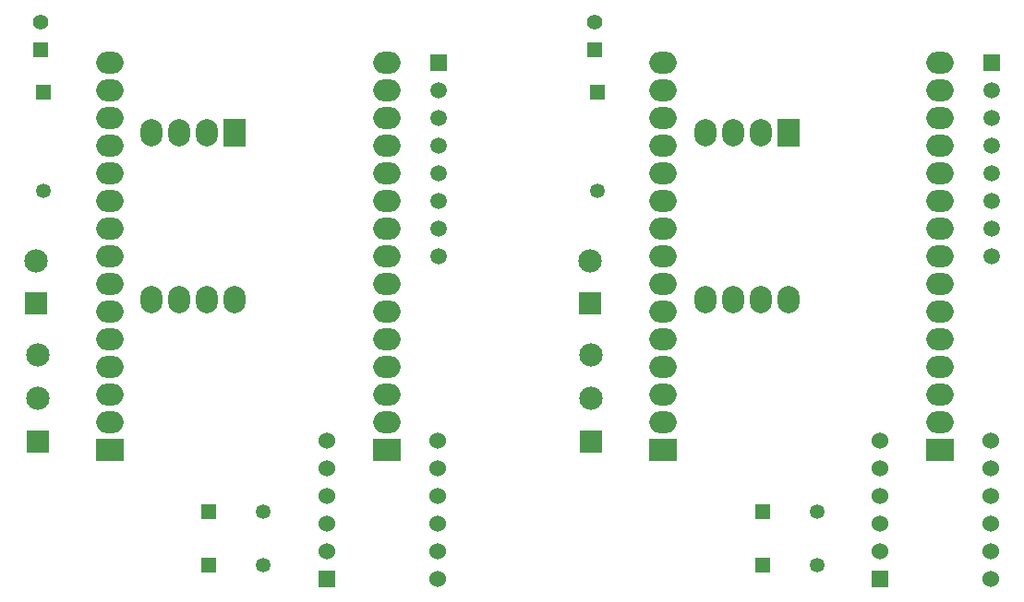
<source format=gbr>
G04*
G04 #@! TF.GenerationSoftware,Altium Limited,Altium Designer,25.0.2 (28)*
G04*
G04 Layer_Color=12632256*
%FSLAX44Y44*%
%MOMM*%
G71*
G04*
G04 #@! TF.SameCoordinates,8B6BD92A-2743-4FC7-A306-186CE1EE4446*
G04*
G04*
G04 #@! TF.FilePolarity,Positive*
G04*
G01*
G75*
%ADD15O,2.5000X2.0000*%
%ADD16R,2.5000X2.0000*%
%ADD17C,2.1500*%
%ADD18R,2.1500X2.1500*%
%ADD19C,1.5240*%
%ADD20R,1.5240X1.5240*%
%ADD21O,2.0000X2.5000*%
%ADD22R,2.0000X2.5000*%
%ADD23R,1.3500X1.3500*%
%ADD24C,1.3500*%
%ADD25C,1.5000*%
%ADD26R,1.5000X1.5000*%
%ADD27C,1.4000*%
%ADD28R,1.4000X1.4000*%
%ADD29R,1.3500X1.3500*%
D15*
X375740Y506270D02*
D03*
Y480870D02*
D03*
Y455470D02*
D03*
Y430070D02*
D03*
Y404670D02*
D03*
Y379270D02*
D03*
Y353870D02*
D03*
Y328470D02*
D03*
Y303070D02*
D03*
Y277670D02*
D03*
Y252270D02*
D03*
Y226870D02*
D03*
Y201470D02*
D03*
Y176070D02*
D03*
X121740Y226870D02*
D03*
Y506270D02*
D03*
Y480870D02*
D03*
Y455470D02*
D03*
Y430070D02*
D03*
Y404670D02*
D03*
Y379270D02*
D03*
Y353870D02*
D03*
Y328470D02*
D03*
Y303070D02*
D03*
Y277670D02*
D03*
Y252270D02*
D03*
Y201470D02*
D03*
Y176070D02*
D03*
X883260Y506270D02*
D03*
Y480870D02*
D03*
Y455470D02*
D03*
Y430070D02*
D03*
Y404670D02*
D03*
Y379270D02*
D03*
Y353870D02*
D03*
Y328470D02*
D03*
Y303070D02*
D03*
Y277670D02*
D03*
Y252270D02*
D03*
Y226870D02*
D03*
Y201470D02*
D03*
Y176070D02*
D03*
X629260Y226870D02*
D03*
Y506270D02*
D03*
Y480870D02*
D03*
Y455470D02*
D03*
Y430070D02*
D03*
Y404670D02*
D03*
Y379270D02*
D03*
Y353870D02*
D03*
Y328470D02*
D03*
Y303070D02*
D03*
Y277670D02*
D03*
Y252270D02*
D03*
Y201470D02*
D03*
Y176070D02*
D03*
D16*
X375740Y150670D02*
D03*
X121740D02*
D03*
X883260D02*
D03*
X629260D02*
D03*
D17*
X55990Y237820D02*
D03*
Y198220D02*
D03*
X54490Y324470D02*
D03*
X563510Y237820D02*
D03*
Y198220D02*
D03*
X562010Y324470D02*
D03*
D18*
X55990Y158620D02*
D03*
X54490Y284870D02*
D03*
X563510Y158620D02*
D03*
X562010Y284870D02*
D03*
D19*
X422590Y158720D02*
D03*
Y133320D02*
D03*
Y107920D02*
D03*
Y82520D02*
D03*
Y57120D02*
D03*
Y31720D02*
D03*
X320990Y133320D02*
D03*
Y57120D02*
D03*
Y158720D02*
D03*
Y107920D02*
D03*
Y82520D02*
D03*
X930110Y158720D02*
D03*
Y133320D02*
D03*
Y107920D02*
D03*
Y82520D02*
D03*
Y57120D02*
D03*
Y31720D02*
D03*
X828510Y133320D02*
D03*
Y57120D02*
D03*
Y158720D02*
D03*
Y107920D02*
D03*
Y82520D02*
D03*
D20*
X320990Y31720D02*
D03*
X828510D02*
D03*
D21*
X160290Y288570D02*
D03*
X185690D02*
D03*
X211090D02*
D03*
X236490D02*
D03*
X160290Y441970D02*
D03*
X185690D02*
D03*
X211090D02*
D03*
X667810Y288570D02*
D03*
X693210D02*
D03*
X718610D02*
D03*
X744010D02*
D03*
X667810Y441970D02*
D03*
X693210D02*
D03*
X718610D02*
D03*
D22*
X236490D02*
D03*
X744010D02*
D03*
D23*
X212990Y93720D02*
D03*
Y44470D02*
D03*
X720510Y93720D02*
D03*
Y44470D02*
D03*
D24*
X262990Y93720D02*
D03*
Y44470D02*
D03*
X61490Y388720D02*
D03*
X770510Y93720D02*
D03*
Y44470D02*
D03*
X569010Y388720D02*
D03*
D25*
X423240Y328520D02*
D03*
Y353920D02*
D03*
Y379320D02*
D03*
Y404720D02*
D03*
Y430120D02*
D03*
Y455520D02*
D03*
Y480920D02*
D03*
X930760Y328520D02*
D03*
Y353920D02*
D03*
Y379320D02*
D03*
Y404720D02*
D03*
Y430120D02*
D03*
Y455520D02*
D03*
Y480920D02*
D03*
D26*
X423240Y506320D02*
D03*
X930760D02*
D03*
D27*
X58990Y543671D02*
D03*
X566510D02*
D03*
D28*
X58990Y518270D02*
D03*
X566510D02*
D03*
D29*
X61490Y478720D02*
D03*
X569010D02*
D03*
M02*

</source>
